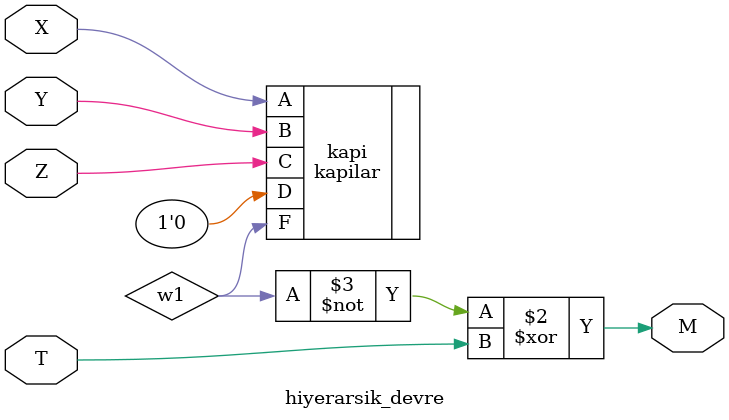
<source format=v>
`timescale 1ns / 1ps


module hiyerarsik_devre(
        input X, Y, Z, T,
        output M
    );
    
    wire w1;
    
    kapilar kapi(
        .A(X),
        .B(Y),
        .C(Z),
        .D(1'b0),
        .F(w1)
       );  
        
   xor(M, w1, 1'b1, T);
   
endmodule

</source>
